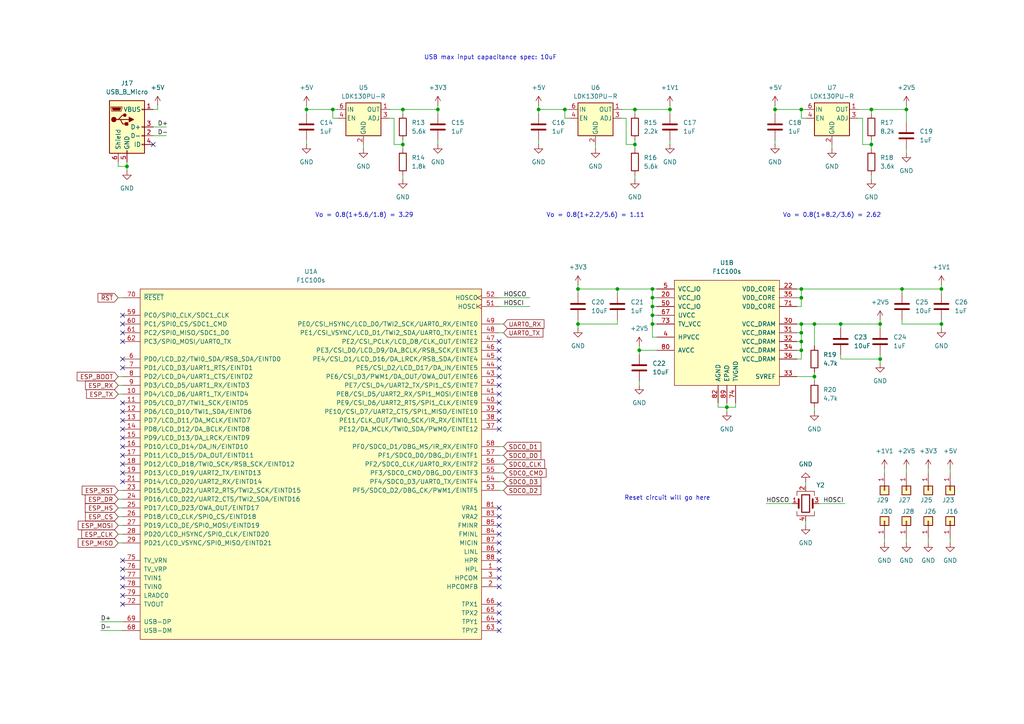
<source format=kicad_sch>
(kicad_sch (version 20231120) (generator "eeschema") (generator_version "8.0")
  (paper "A4")
  (lib_symbols
    (symbol "Connector:USB_B_Micro" (pin_names (offset 1.016))
      (property "Reference" "J" (at -5.08 11.43 0))
      (property "Value" "USB_B_Micro" (at -5.08 8.89 0))
      (symbol "USB_B_Micro_1_1"
        (pin power_out line (at 7.62 5.08 180) (length 2.54) (name "VBUS") (number "1"))
        (pin bidirectional line (at 7.62 -2.54 180) (length 2.54) (name "D-") (number "2"))
        (pin bidirectional line (at 7.62 0 180) (length 2.54) (name "D+") (number "3"))
        (pin passive line (at 7.62 -5.08 180) (length 2.54) (name "ID") (number "4"))
        (pin power_out line (at 0 -10.16 90) (length 2.54) (name "GND") (number "5"))
        (pin passive line (at -2.54 -10.16 90) (length 2.54) (name "Shield") (number "6"))
      )
    )
    (symbol "Connector_Generic:Conn_01x01" (pin_names (offset 1.016) hide)
      (property "Reference" "J" (at 0 2.54 0))
      (property "Value" "Conn_01x01" (at 0 -2.54 0))
      (symbol "Conn_01x01_1_1"
        (pin passive line (at -5.08 0 0) (length 3.81) (name "Pin_1") (number "1"))
      )
    )
    (symbol "Device:C" (pin_numbers hide) (pin_names (offset 0.254))
      (property "Reference" "C" (at 0.635 2.54 0))
      (property "Value" "C" (at 0.635 -2.54 0))
      (symbol "C_1_1"
        (pin passive line (at 0 3.81 270) (length 2.794) (name "~") (number "1"))
        (pin passive line (at 0 -3.81 90) (length 2.794) (name "~") (number "2"))
      )
    )
    (symbol "Device:Crystal_GND24" (pin_names (offset 1.016) hide)
      (property "Reference" "Y" (at 3.175 5.08 0))
      (property "Value" "Crystal_GND24" (at 3.175 3.175 0))
      (symbol "Crystal_GND24_1_1"
        (pin passive line (at -3.81 0 0) (length 1.27) (name "1") (number "1"))
        (pin passive line (at 0 5.08 270) (length 1.27) (name "2") (number "2"))
        (pin passive line (at 3.81 0 180) (length 1.27) (name "3") (number "3"))
        (pin passive line (at 0 -5.08 90) (length 1.27) (name "4") (number "4"))
      )
    )
    (symbol "Device:R" (pin_numbers hide) (pin_names (offset 0))
      (property "Reference" "R" (at 2.032 0 90))
      (property "Value" "R" (at 0 0 90))
      (symbol "R_1_1"
        (pin passive line (at 0 3.81 270) (length 1.27) (name "~") (number "1"))
        (pin passive line (at 0 -3.81 90) (length 1.27) (name "~") (number "2"))
      )
    )
    (symbol "Regulator_Linear:LDK130-ADJ_DFN6" (pin_names (offset 0.254))
      (property "Reference" "U" (at -3.81 5.715 0))
      (property "Value" "LDK130-ADJ_DFN6" (at 0 5.715 0))
      (symbol "LDK130-ADJ_DFN6_1_1"
        (pin power_out line (at 7.62 2.54 180) (length 2.54) (name "OUT") (number "1"))
        (pin power_in line (at 0 -7.62 90) (length 2.54) (name "GND") (number "2"))
        (pin input line (at 7.62 0 180) (length 2.54) (name "ADJ") (number "3"))
        (pin input line (at -7.62 0 0) (length 2.54) (name "EN") (number "4"))
        (pin no_connect line (at -5.08 -2.54 0) (length 2.54) hide (name "NC") (number "5"))
        (pin power_in line (at -7.62 2.54 0) (length 2.54) (name "IN") (number "6"))
      )
    )
    (symbol "f1c200s:F1C100s" (pin_names (offset 1.016))
      (property "Reference" "U" (at 0 1.27 0))
      (property "Value" "F1C100s" (at 0 -1.27 0))
      (symbol "F1C100s_1_0"
        (pin output line (at 55.88 -30.48 180) (length 5.08) (name "HPL") (number "1"))
        (pin bidirectional line (at -53.34 20.32 0) (length 5.08) (name "PD4/LCD_D6/UART1_TX/EINTD4") (number "10"))
        (pin bidirectional line (at -53.34 17.78 0) (length 5.08) (name "PD5/LCD_D7/TWI1_SCK/EINTD5") (number "11"))
        (pin bidirectional line (at -53.34 15.24 0) (length 5.08) (name "PD6/LCD_D10/TWI1_SDA/EINTD6") (number "12"))
        (pin bidirectional line (at -53.34 12.7 0) (length 5.08) (name "PD7/LCD_D11/DA_MCLK/EINTD7") (number "13"))
        (pin bidirectional line (at -53.34 10.16 0) (length 5.08) (name "PD8/LCD_D12/DA_BCLK/EINTD8") (number "14"))
        (pin bidirectional line (at -53.34 7.62 0) (length 5.08) (name "PD9/LCD_D13/DA_LRCK/EINTD9") (number "15"))
        (pin bidirectional line (at -53.34 5.08 0) (length 5.08) (name "PD10/LCD_D14/DA_IN/EINTD10") (number "16"))
        (pin bidirectional line (at -53.34 2.54 0) (length 5.08) (name "PD11/LCD_D15/DA_OUT/EINTD11") (number "17"))
        (pin bidirectional line (at -53.34 0 0) (length 5.08) (name "PD12/LCD_D18/TWI0_SCK/RSB_SCK/EINTD12") (number "18"))
        (pin bidirectional line (at -53.34 -2.54 0) (length 5.08) (name "PD13/LCD_D19/UART2_TX/EINTD13") (number "19"))
        (pin input line (at 55.88 -35.56 180) (length 5.08) (name "HPCOMFB") (number "2"))
        (pin bidirectional line (at -53.34 -5.08 0) (length 5.08) (name "PD14/LCD_D20/UART2_RX/EINTD14") (number "21"))
        (pin bidirectional line (at -53.34 -7.62 0) (length 5.08) (name "PD15/LCD_D21/UART2_RTS/TWI2_SCK/EINTD15") (number "23"))
        (pin bidirectional line (at -53.34 -10.16 0) (length 5.08) (name "PD16/LCD_D22/UART2_CTS/TWI2_SDA/EINTD16") (number "24"))
        (pin bidirectional line (at -53.34 -12.7 0) (length 5.08) (name "PD17/LCD_D23/OWA_OUT/EINTD17") (number "25"))
        (pin bidirectional line (at -53.34 -15.24 0) (length 5.08) (name "PD18/LCD_CLK/SPI0_CS/EINTD18") (number "26"))
        (pin bidirectional line (at -53.34 -17.78 0) (length 5.08) (name "PD19/LCD_DE/SPI0_MOSI/EINTD19") (number "27"))
        (pin bidirectional line (at -53.34 -20.32 0) (length 5.08) (name "PD20/LCD_HSYNC/SPI0_CLK/EINTD20") (number "28"))
        (pin bidirectional line (at -53.34 -22.86 0) (length 5.08) (name "PD21/LCD_VSYNC/SPI0_MISO/EINTD21") (number "29"))
        (pin output line (at 55.88 -33.02 180) (length 5.08) (name "HPCOM") (number "3"))
        (pin bidirectional line (at 55.88 10.16 180) (length 5.08) (name "PE12/DA_MCLK/TWI0_SDA/PWM0/EINTE12") (number "37"))
        (pin bidirectional line (at 55.88 12.7 180) (length 5.08) (name "PE11/CLK_OUT/TWI0_SCK/IR_RX/EINTE11") (number "38"))
        (pin bidirectional line (at 55.88 15.24 180) (length 5.08) (name "PE10/CSI_D7/UART2_CTS/SPI1_MISO/EINTE10") (number "39"))
        (pin bidirectional line (at 55.88 17.78 180) (length 5.08) (name "PE9/CSI_D6/UART2_RTS/SPI1_CLK/EINTE9") (number "40"))
        (pin bidirectional line (at 55.88 20.32 180) (length 5.08) (name "PE8/CSI_D5/UART2_RX/SPI1_MOSI/EINTE8") (number "41"))
        (pin bidirectional line (at 55.88 22.86 180) (length 5.08) (name "PE7/CSI_D4/UART2_TX/SPI1_CS/EINTE7") (number "42"))
        (pin bidirectional line (at 55.88 25.4 180) (length 5.08) (name "PE6/CSI_D3/PWM1/DA_OUT/OWA_OUT/EINTE6") (number "43"))
        (pin bidirectional line (at 55.88 27.94 180) (length 5.08) (name "PE5/CSI_D2/LCD_D17/DA_IN/EINTE5") (number "44"))
        (pin bidirectional line (at 55.88 30.48 180) (length 5.08) (name "PE4/CSI_D1/LCD_D16/DA_LRCK/RSB_SDA/EINTE4") (number "45"))
        (pin bidirectional line (at 55.88 33.02 180) (length 5.08) (name "PE3/CSI_D0/LCD_D9/DA_BCLK/RSB_SCK/EINTE3") (number "46"))
        (pin bidirectional line (at 55.88 35.56 180) (length 5.08) (name "PE2/CSI_PCLK/LCD_D8/CLK_OUT/EINTE2") (number "47"))
        (pin bidirectional line (at 55.88 38.1 180) (length 5.08) (name "PE1/CSI_VSYNC/LCD_D1/TWI2_SDA/UART0_TX/EINTE1") (number "48"))
        (pin bidirectional line (at 55.88 40.64 180) (length 5.08) (name "PE0/CSI_HSYNC/LCD_D0/TWI2_SCK/UART0_RX/EINTE0") (number "49"))
        (pin input clock (at 55.88 45.72 180) (length 5.08) (name "HOSCI") (number "51"))
        (pin input clock (at 55.88 48.26 180) (length 5.08) (name "HOSCO") (number "52"))
        (pin bidirectional line (at 55.88 -7.62 180) (length 5.08) (name "PF5/SDC0_D2/DBG_CK/PWM1/EINTF5") (number "53"))
        (pin bidirectional line (at 55.88 -5.08 180) (length 5.08) (name "PF4/SDC0_D3/UART0_TX/EINTF4") (number "54"))
        (pin bidirectional line (at 55.88 -2.54 180) (length 5.08) (name "PF3/SDC0_CMD/DBG_DO/EINTF3") (number "55"))
        (pin bidirectional line (at 55.88 0 180) (length 5.08) (name "PF2/SDC0_CLK/UART0_RX/EINTF2") (number "56"))
        (pin bidirectional line (at 55.88 2.54 180) (length 5.08) (name "PF1/SDC0_D0/DBG_DI/EINTF1") (number "57"))
        (pin bidirectional line (at 55.88 5.08 180) (length 5.08) (name "PF0/SDC0_D1/DBG_MS/IR_RX/EINTF0") (number "58"))
        (pin bidirectional line (at -53.34 43.18 0) (length 5.08) (name "PC0/SPI0_CLK/SDC1_CLK") (number "59"))
        (pin bidirectional line (at -53.34 30.48 0) (length 5.08) (name "PD0/LCD_D2/TWI0_SDA/RSB_SDA/EINTD0") (number "6"))
        (pin bidirectional line (at -53.34 40.64 0) (length 5.08) (name "PC1/SPI0_CS/SDC1_CMD") (number "60"))
        (pin bidirectional line (at -53.34 38.1 0) (length 5.08) (name "PC2/SPI0_MISO/SDC1_D0") (number "61"))
        (pin bidirectional line (at -53.34 35.56 0) (length 5.08) (name "PC3/SPI0_MOSI/UART0_TX") (number "62"))
        (pin input line (at 55.88 -48.26 180) (length 5.08) (name "TPY2") (number "63"))
        (pin input line (at 55.88 -45.72 180) (length 5.08) (name "TPY1") (number "64"))
        (pin input line (at 55.88 -43.18 180) (length 5.08) (name "TPX2") (number "65"))
        (pin input line (at 55.88 -40.64 180) (length 5.08) (name "TPX1") (number "66"))
        (pin bidirectional line (at -53.34 -48.26 0) (length 5.08) (name "USB-DM") (number "68"))
        (pin bidirectional line (at -53.34 -45.72 0) (length 5.08) (name "USB-DP") (number "69"))
        (pin bidirectional line (at -53.34 27.94 0) (length 5.08) (name "PD1/LCD_D3/UART1_RTS/EINTD1") (number "7"))
        (pin input line (at -53.34 48.26 0) (length 5.08) (name "~{RESET}") (number "70"))
        (pin output line (at -53.34 -40.64 0) (length 5.08) (name "TVOUT") (number "72"))
        (pin input line (at -53.34 -27.94 0) (length 5.08) (name "TV_VRN") (number "75"))
        (pin input line (at -53.34 -30.48 0) (length 5.08) (name "TV_VRP") (number "76"))
        (pin input line (at -53.34 -33.02 0) (length 5.08) (name "TVIN1") (number "77"))
        (pin input line (at -53.34 -35.56 0) (length 5.08) (name "TVIN0") (number "78"))
        (pin input line (at -53.34 -38.1 0) (length 5.08) (name "LRADC0") (number "79"))
        (pin bidirectional line (at -53.34 25.4 0) (length 5.08) (name "PD2/LCD_D4/UART1_CTS/EINTD2") (number "8"))
        (pin input line (at 55.88 -20.32 180) (length 5.08) (name "FMINL") (number "84"))
        (pin input line (at 55.88 -17.78 180) (length 5.08) (name "FMINR") (number "85"))
        (pin input line (at 55.88 -25.4 180) (length 5.08) (name "LINL") (number "86"))
        (pin input line (at 55.88 -22.86 180) (length 5.08) (name "MICIN") (number "87"))
        (pin output line (at 55.88 -27.94 180) (length 5.08) (name "HPR") (number "88"))
        (pin bidirectional line (at -53.34 22.86 0) (length 5.08) (name "PD3/LCD_D5/UART1_RX/EINTD3") (number "9"))
      )
      (symbol "F1C100s_1_1"
        (pin output line (at 55.88 -12.7 180) (length 5.08) (name "VRA1") (number "81"))
        (pin output line (at 55.88 -15.24 180) (length 5.08) (name "VRA2") (number "83"))
      )
      (symbol "F1C100s_2_0"
        (pin power_in line (at -20.32 8.89 0) (length 5.08) (name "VCC_IO") (number "20"))
        (pin power_in line (at 20.32 11.43 180) (length 5.08) (name "VDD_CORE") (number "22"))
        (pin power_in line (at 20.32 1.27 180) (length 5.08) (name "VCC_DRAM") (number "30"))
        (pin power_in line (at 20.32 -1.27 180) (length 5.08) (name "VCC_DRAM") (number "31"))
        (pin power_in line (at 20.32 -3.81 180) (length 5.08) (name "VCC_DRAM") (number "32"))
        (pin input line (at 20.32 -13.97 180) (length 5.08) (name "SVREF") (number "33"))
        (pin power_in line (at 20.32 -6.35 180) (length 5.08) (name "VCC_DRAM") (number "34"))
        (pin power_in line (at 20.32 8.89 180) (length 5.08) (name "VDD_CORE") (number "35"))
        (pin power_in line (at 20.32 -8.89 180) (length 5.08) (name "VCC_DRAM") (number "36"))
        (pin power_in line (at -20.32 -2.54 0) (length 5.08) (name "HPVCC") (number "4"))
        (pin power_in line (at -20.32 11.43 0) (length 5.08) (name "VCC_IO") (number "5"))
        (pin power_in line (at -20.32 6.35 0) (length 5.08) (name "VCC_IO") (number "50"))
        (pin power_in line (at -20.32 3.81 0) (length 5.08) (name "UVCC") (number "67"))
        (pin power_in line (at 20.32 6.35 180) (length 5.08) (name "VDD_CORE") (number "71"))
        (pin power_in line (at -20.32 1.27 0) (length 5.08) (name "TV_VCC") (number "73"))
        (pin power_in line (at 2.54 -21.59 90) (length 5.08) (name "TVGND") (number "74"))
        (pin power_in line (at -20.32 -6.35 0) (length 5.08) (name "AVCC") (number "80"))
        (pin power_in line (at -2.54 -21.59 90) (length 5.08) (name "AGND") (number "82"))
        (pin power_in line (at 0 -21.59 90) (length 5.08) (name "EPAD") (number "89"))
      )
    )
    (symbol "power:+1V1" (power) (pin_numbers hide) (pin_names (offset 0) hide)
      (property "Value" "+1V1" (at 0 3.556 0))
      (symbol "+1V1_1_1"
        (pin power_in line (at 0 0 90) (length 0) (name "~") (number "1"))
      )
    )
    (symbol "power:+2V5" (power) (pin_numbers hide) (pin_names (offset 0) hide)
      (property "Value" "+2V5" (at 0 3.556 0))
      (symbol "+2V5_1_1"
        (pin power_in line (at 0 0 90) (length 0) (name "~") (number "1"))
      )
    )
    (symbol "power:+3V3" (power) (pin_numbers hide) (pin_names (offset 0) hide)
      (property "Value" "+3V3" (at 0 3.556 0))
      (symbol "+3V3_1_1"
        (pin power_in line (at 0 0 90) (length 0) (name "~") (number "1"))
      )
    )
    (symbol "power:+5V" (power) (pin_numbers hide) (pin_names (offset 0) hide)
      (property "Value" "+5V" (at 0 3.556 0))
      (symbol "+5V_1_1"
        (pin power_in line (at 0 0 90) (length 0) (name "~") (number "1"))
      )
    )
    (symbol "power:GND" (power) (pin_numbers hide) (pin_names (offset 0) hide)
      (property "Value" "GND" (at 0 -3.81 0))
      (symbol "GND_1_1"
        (pin power_in line (at 0 0 270) (length 0) (name "~") (number "1"))
      )
    )
  )
  (junction (at 236.22 109.22))
  (junction (at 232.41 101.6))
  (junction (at 116.84 31.75))
  (junction (at 224.79 31.75))
  (junction (at 179.07 83.82))
  (junction (at 255.27 93.98))
  (junction (at 252.73 41.91))
  (junction (at 243.84 93.98))
  (junction (at 88.9 31.75))
  (junction (at 167.64 83.82))
  (junction (at 167.64 93.98))
  (junction (at 194.31 31.75))
  (junction (at 262.89 31.75))
  (junction (at 127 31.75))
  (junction (at 189.23 83.82))
  (junction (at 96.52 31.75))
  (junction (at 232.41 96.52))
  (junction (at 232.41 86.36))
  (junction (at 255.27 104.14))
  (junction (at 232.41 99.06))
  (junction (at 184.15 41.91))
  (junction (at 163.83 31.75))
  (junction (at 273.05 83.82))
  (junction (at 273.05 93.98))
  (junction (at 236.22 93.98))
  (junction (at 189.23 91.44))
  (junction (at 189.23 86.36))
  (junction (at 185.42 101.6))
  (junction (at 189.23 93.98))
  (junction (at 232.41 83.82))
  (junction (at 232.41 31.75))
  (junction (at 232.41 93.98))
  (junction (at 210.82 118.11))
  (junction (at 36.83 48.26))
  (junction (at 184.15 31.75))
  (junction (at 252.73 31.75))
  (junction (at 261.62 83.82))
  (junction (at 156.21 31.75))
  (junction (at 189.23 88.9))
  (junction (at 116.84 41.91))
  (no_connect (at 35.56 119.38))
  (no_connect (at 144.78 119.38))
  (no_connect (at 144.78 104.14))
  (no_connect (at 144.78 99.06))
  (no_connect (at 35.56 134.62))
  (no_connect (at 35.56 96.52))
  (no_connect (at 35.56 93.98))
  (no_connect (at 35.56 104.14))
  (no_connect (at 144.78 157.48))
  (no_connect (at 44.45 41.91))
  (no_connect (at 144.78 162.56))
  (no_connect (at 144.78 111.76))
  (no_connect (at 144.78 154.94))
  (no_connect (at 144.78 170.18))
  (no_connect (at 35.56 129.54))
  (no_connect (at 35.56 172.72))
  (no_connect (at 144.78 124.46))
  (no_connect (at 144.78 114.3))
  (no_connect (at 35.56 139.7))
  (no_connect (at 35.56 127))
  (no_connect (at 144.78 180.34))
  (no_connect (at 35.56 116.84))
  (no_connect (at 35.56 99.06))
  (no_connect (at 35.56 137.16))
  (no_connect (at 35.56 124.46))
  (no_connect (at 144.78 106.68))
  (no_connect (at 144.78 167.64))
  (no_connect (at 144.78 177.8))
  (no_connect (at 144.78 165.1))
  (no_connect (at 144.78 152.4))
  (no_connect (at 144.78 109.22))
  (no_connect (at 35.56 121.92))
  (no_connect (at 35.56 162.56))
  (no_connect (at 144.78 147.32))
  (no_connect (at 144.78 160.02))
  (no_connect (at 35.56 165.1))
  (no_connect (at 144.78 121.92))
  (no_connect (at 144.78 149.86))
  (no_connect (at 35.56 106.68))
  (no_connect (at 144.78 175.26))
  (no_connect (at 144.78 101.6))
  (no_connect (at 35.56 175.26))
  (no_connect (at 35.56 167.64))
  (no_connect (at 35.56 132.08))
  (no_connect (at 35.56 91.44))
  (no_connect (at 144.78 182.88))
  (no_connect (at 35.56 170.18))
  (no_connect (at 144.78 116.84))
  (wire (pts (xy 273.05 92.71) (xy 273.05 93.98)))
  (wire (pts (xy 34.29 48.26) (xy 36.83 48.26)))
  (wire (pts (xy 237.49 146.05) (xy 245.11 146.05)))
  (wire (pts (xy 184.15 43.18) (xy 184.15 41.91)))
  (wire (pts (xy 232.41 101.6) (xy 232.41 99.06)))
  (wire (pts (xy 184.15 31.75) (xy 184.15 33.02)))
  (wire (pts (xy 185.42 100.33) (xy 185.42 101.6)))
  (wire (pts (xy 252.73 52.07) (xy 252.73 50.8)))
  (wire (pts (xy 262.89 135.89) (xy 262.89 137.16)))
  (wire (pts (xy 34.29 147.32) (xy 35.56 147.32)))
  (wire (pts (xy 189.23 86.36) (xy 189.23 88.9)))
  (wire (pts (xy 231.14 109.22) (xy 236.22 109.22)))
  (wire (pts (xy 232.41 99.06) (xy 232.41 96.52)))
  (wire (pts (xy 236.22 107.95) (xy 236.22 109.22)))
  (wire (pts (xy 189.23 83.82) (xy 190.5 83.82)))
  (wire (pts (xy 144.78 132.08) (xy 146.05 132.08)))
  (wire (pts (xy 96.52 31.75) (xy 97.79 31.75)))
  (wire (pts (xy 224.79 31.75) (xy 232.41 31.75)))
  (wire (pts (xy 222.25 146.05) (xy 229.87 146.05)))
  (wire (pts (xy 252.73 31.75) (xy 262.89 31.75)))
  (wire (pts (xy 114.3 34.29) (xy 114.3 41.91)))
  (wire (pts (xy 144.78 134.62) (xy 146.05 134.62)))
  (wire (pts (xy 252.73 43.18) (xy 252.73 41.91)))
  (wire (pts (xy 114.3 41.91) (xy 116.84 41.91)))
  (wire (pts (xy 185.42 101.6) (xy 185.42 102.87)))
  (wire (pts (xy 232.41 86.36) (xy 232.41 83.82)))
  (wire (pts (xy 236.22 118.11) (xy 236.22 119.38)))
  (wire (pts (xy 116.84 31.75) (xy 116.84 33.02)))
  (wire (pts (xy 208.28 118.11) (xy 208.28 116.84)))
  (wire (pts (xy 184.15 31.75) (xy 194.31 31.75)))
  (wire (pts (xy 231.14 101.6) (xy 232.41 101.6)))
  (wire (pts (xy 194.31 31.75) (xy 194.31 30.48)))
  (wire (pts (xy 114.3 34.29) (xy 113.03 34.29)))
  (wire (pts (xy 44.45 36.83) (xy 48.26 36.83)))
  (wire (pts (xy 144.78 96.52) (xy 146.05 96.52)))
  (wire (pts (xy 144.78 142.24) (xy 146.05 142.24)))
  (wire (pts (xy 224.79 31.75) (xy 224.79 33.02)))
  (wire (pts (xy 261.62 92.71) (xy 261.62 93.98)))
  (wire (pts (xy 224.79 40.64) (xy 224.79 41.91)))
  (wire (pts (xy 167.64 93.98) (xy 167.64 95.25)))
  (wire (pts (xy 34.29 114.3) (xy 35.56 114.3)))
  (wire (pts (xy 189.23 93.98) (xy 190.5 93.98)))
  (wire (pts (xy 273.05 83.82) (xy 273.05 85.09)))
  (wire (pts (xy 250.19 34.29) (xy 250.19 41.91)))
  (wire (pts (xy 232.41 88.9) (xy 232.41 86.36)))
  (wire (pts (xy 243.84 104.14) (xy 255.27 104.14)))
  (wire (pts (xy 34.29 144.78) (xy 35.56 144.78)))
  (wire (pts (xy 232.41 83.82) (xy 231.14 83.82)))
  (wire (pts (xy 255.27 92.71) (xy 255.27 93.98)))
  (wire (pts (xy 105.41 41.91) (xy 105.41 43.18)))
  (wire (pts (xy 127 40.64) (xy 127 41.91)))
  (wire (pts (xy 250.19 41.91) (xy 252.73 41.91)))
  (wire (pts (xy 163.83 31.75) (xy 165.1 31.75)))
  (wire (pts (xy 34.29 86.36) (xy 35.56 86.36)))
  (wire (pts (xy 232.41 104.14) (xy 232.41 101.6)))
  (wire (pts (xy 167.64 83.82) (xy 167.64 85.09)))
  (wire (pts (xy 255.27 102.87) (xy 255.27 104.14)))
  (wire (pts (xy 255.27 93.98) (xy 255.27 95.25)))
  (wire (pts (xy 167.64 92.71) (xy 167.64 93.98)))
  (wire (pts (xy 144.78 88.9) (xy 153.67 88.9)))
  (wire (pts (xy 269.24 156.21) (xy 269.24 157.48)))
  (wire (pts (xy 116.84 43.18) (xy 116.84 41.91)))
  (wire (pts (xy 88.9 30.48) (xy 88.9 31.75)))
  (wire (pts (xy 232.41 31.75) (xy 233.68 31.75)))
  (wire (pts (xy 144.78 139.7) (xy 146.05 139.7)))
  (wire (pts (xy 163.83 31.75) (xy 163.83 34.29)))
  (wire (pts (xy 262.89 43.18) (xy 262.89 44.45)))
  (wire (pts (xy 29.21 182.88) (xy 35.56 182.88)))
  (wire (pts (xy 210.82 116.84) (xy 210.82 118.11)))
  (wire (pts (xy 167.64 82.55) (xy 167.64 83.82)))
  (wire (pts (xy 144.78 93.98) (xy 146.05 93.98)))
  (wire (pts (xy 261.62 93.98) (xy 273.05 93.98)))
  (wire (pts (xy 45.72 31.75) (xy 45.72 30.48)))
  (wire (pts (xy 210.82 118.11) (xy 208.28 118.11)))
  (wire (pts (xy 181.61 34.29) (xy 181.61 41.91)))
  (wire (pts (xy 273.05 93.98) (xy 273.05 95.25)))
  (wire (pts (xy 275.59 156.21) (xy 275.59 157.48)))
  (wire (pts (xy 36.83 46.99) (xy 36.83 48.26)))
  (wire (pts (xy 194.31 31.75) (xy 194.31 33.02)))
  (wire (pts (xy 127 31.75) (xy 127 33.02)))
  (wire (pts (xy 232.41 83.82) (xy 261.62 83.82)))
  (wire (pts (xy 88.9 40.64) (xy 88.9 41.91)))
  (wire (pts (xy 189.23 88.9) (xy 190.5 88.9)))
  (wire (pts (xy 256.54 156.21) (xy 256.54 157.48)))
  (wire (pts (xy 231.14 88.9) (xy 232.41 88.9)))
  (wire (pts (xy 255.27 93.98) (xy 243.84 93.98)))
  (wire (pts (xy 127 31.75) (xy 127 30.48)))
  (wire (pts (xy 262.89 31.75) (xy 262.89 30.48)))
  (wire (pts (xy 224.79 30.48) (xy 224.79 31.75)))
  (wire (pts (xy 96.52 31.75) (xy 96.52 34.29)))
  (wire (pts (xy 189.23 83.82) (xy 189.23 86.36)))
  (wire (pts (xy 184.15 52.07) (xy 184.15 50.8)))
  (wire (pts (xy 273.05 82.55) (xy 273.05 83.82)))
  (wire (pts (xy 34.29 149.86) (xy 35.56 149.86)))
  (wire (pts (xy 213.36 116.84) (xy 213.36 118.11)))
  (wire (pts (xy 34.29 154.94) (xy 35.56 154.94)))
  (wire (pts (xy 116.84 40.64) (xy 116.84 41.91)))
  (wire (pts (xy 180.34 31.75) (xy 184.15 31.75)))
  (wire (pts (xy 88.9 31.75) (xy 88.9 33.02)))
  (wire (pts (xy 156.21 40.64) (xy 156.21 41.91)))
  (wire (pts (xy 165.1 34.29) (xy 163.83 34.29)))
  (wire (pts (xy 116.84 31.75) (xy 127 31.75)))
  (wire (pts (xy 262.89 31.75) (xy 262.89 35.56)))
  (wire (pts (xy 232.41 31.75) (xy 232.41 34.29)))
  (wire (pts (xy 34.29 46.99) (xy 34.29 48.26)))
  (wire (pts (xy 231.14 86.36) (xy 232.41 86.36)))
  (wire (pts (xy 179.07 83.82) (xy 189.23 83.82)))
  (wire (pts (xy 241.3 41.91) (xy 241.3 43.18)))
  (wire (pts (xy 232.41 93.98) (xy 236.22 93.98)))
  (wire (pts (xy 273.05 83.82) (xy 261.62 83.82)))
  (wire (pts (xy 243.84 102.87) (xy 243.84 104.14)))
  (wire (pts (xy 210.82 118.11) (xy 210.82 119.38)))
  (wire (pts (xy 189.23 88.9) (xy 189.23 91.44)))
  (wire (pts (xy 189.23 91.44) (xy 189.23 93.98)))
  (wire (pts (xy 261.62 83.82) (xy 261.62 85.09)))
  (wire (pts (xy 172.72 41.91) (xy 172.72 43.18)))
  (wire (pts (xy 236.22 93.98) (xy 236.22 100.33)))
  (wire (pts (xy 231.14 96.52) (xy 232.41 96.52)))
  (wire (pts (xy 29.21 180.34) (xy 35.56 180.34)))
  (wire (pts (xy 179.07 93.98) (xy 179.07 92.71)))
  (wire (pts (xy 236.22 109.22) (xy 236.22 110.49)))
  (wire (pts (xy 250.19 34.29) (xy 248.92 34.29)))
  (wire (pts (xy 44.45 39.37) (xy 48.26 39.37)))
  (wire (pts (xy 189.23 93.98) (xy 189.23 97.79)))
  (wire (pts (xy 144.78 129.54) (xy 146.05 129.54)))
  (wire (pts (xy 236.22 93.98) (xy 243.84 93.98)))
  (wire (pts (xy 34.29 109.22) (xy 35.56 109.22)))
  (wire (pts (xy 156.21 31.75) (xy 163.83 31.75)))
  (wire (pts (xy 97.79 34.29) (xy 96.52 34.29)))
  (wire (pts (xy 34.29 152.4) (xy 35.56 152.4)))
  (wire (pts (xy 255.27 104.14) (xy 255.27 105.41)))
  (wire (pts (xy 233.68 151.13) (xy 233.68 152.4)))
  (wire (pts (xy 185.42 110.49) (xy 185.42 111.76)))
  (wire (pts (xy 156.21 31.75) (xy 156.21 33.02)))
  (wire (pts (xy 181.61 34.29) (xy 180.34 34.29)))
  (wire (pts (xy 156.21 30.48) (xy 156.21 31.75)))
  (wire (pts (xy 213.36 118.11) (xy 210.82 118.11)))
  (wire (pts (xy 34.29 111.76) (xy 35.56 111.76)))
  (wire (pts (xy 233.68 34.29) (xy 232.41 34.29)))
  (wire (pts (xy 167.64 93.98) (xy 179.07 93.98)))
  (wire (pts (xy 185.42 101.6) (xy 190.5 101.6)))
  (wire (pts (xy 275.59 135.89) (xy 275.59 137.16)))
  (wire (pts (xy 34.29 142.24) (xy 35.56 142.24)))
  (wire (pts (xy 231.14 104.14) (xy 232.41 104.14)))
  (wire (pts (xy 248.92 31.75) (xy 252.73 31.75)))
  (wire (pts (xy 44.45 31.75) (xy 45.72 31.75)))
  (wire (pts (xy 256.54 135.89) (xy 256.54 137.16)))
  (wire (pts (xy 179.07 83.82) (xy 179.07 85.09)))
  (wire (pts (xy 36.83 48.26) (xy 36.83 49.53)))
  (wire (pts (xy 269.24 135.89) (xy 269.24 137.16)))
  (wire (pts (xy 231.14 99.06) (xy 232.41 99.06)))
  (wire (pts (xy 233.68 140.97) (xy 233.68 139.7)))
  (wire (pts (xy 232.41 96.52) (xy 232.41 93.98)))
  (wire (pts (xy 262.89 156.21) (xy 262.89 157.48)))
  (wire (pts (xy 113.03 31.75) (xy 116.84 31.75)))
  (wire (pts (xy 243.84 93.98) (xy 243.84 95.25)))
  (wire (pts (xy 34.29 157.48) (xy 35.56 157.48)))
  (wire (pts (xy 232.41 93.98) (xy 231.14 93.98)))
  (wire (pts (xy 189.23 86.36) (xy 190.5 86.36)))
  (wire (pts (xy 252.73 31.75) (xy 252.73 33.02)))
  (wire (pts (xy 88.9 31.75) (xy 96.52 31.75)))
  (wire (pts (xy 144.78 86.36) (xy 153.67 86.36)))
  (wire (pts (xy 194.31 40.64) (xy 194.31 41.91)))
  (wire (pts (xy 189.23 91.44) (xy 190.5 91.44)))
  (wire (pts (xy 181.61 41.91) (xy 184.15 41.91)))
  (wire (pts (xy 116.84 52.07) (xy 116.84 50.8)))
  (wire (pts (xy 144.78 137.16) (xy 146.05 137.16)))
  (wire (pts (xy 190.5 97.79) (xy 189.23 97.79)))
  (wire (pts (xy 184.15 40.64) (xy 184.15 41.91)))
  (wire (pts (xy 167.64 83.82) (xy 179.07 83.82)))
  (wire (pts (xy 252.73 40.64) (xy 252.73 41.91)))
  (text "Vo = 0.8(1+2.2/5.6) = 1.11\n" (at 172.72 62.484 0) (effects (font (size 1.27 1.27))))
  (text "Vo = 0.8(1+5.6/1.8) = 3.29" (at 105.664 62.484 0) (effects (font (size 1.27 1.27))))
  (text "Vo = 0.8(1+8.2/3.6) = 2.62" (at 241.3 62.484 0) (effects (font (size 1.27 1.27))))
  (text "USB max input capacitance spec: 10uF" (at 142.24 16.764 0) (effects (font (size 1.27 1.27))))
  (text "Reset circuit will go here" (at 193.548 144.526 0) (effects (font (size 1.27 1.27))))
  (label "D-" (at 29.21 182.88 0))
  (label "HOSCI" (at 238.76 146.05 0))
  (label "D+" (at 29.21 180.34 0))
  (label "HOSCO" (at 222.25 146.05 0))
  (label "D+" (at 45.72 36.83 0))
  (label "D-" (at 45.72 39.37 0))
  (label "HOSCI" (at 146.05 88.9 0))
  (label "HOSCO" (at 146.05 86.36 0))
  (global_label "SDC0_D2" (shape input) (at 146.05 142.24 0) (property "Intersheetrefs" "${INTERSHEET_REFS}" (effects (hide yes))))
  (global_label "~{RST}" (shape input) (at 34.29 86.36 180) (property "Intersheetrefs" "${INTERSHEET_REFS}" (effects (hide yes))))
  (global_label "SDC0_D1" (shape input) (at 146.05 129.54 0) (property "Intersheetrefs" "${INTERSHEET_REFS}" (effects (hide yes))))
  (global_label "UART0_RX" (shape input) (at 146.05 93.98 0) (property "Intersheetrefs" "${INTERSHEET_REFS}" (effects (hide yes))))
  (global_label "SDC0_CMD" (shape input) (at 146.05 137.16 0) (property "Intersheetrefs" "${INTERSHEET_REFS}" (effects (hide yes))))
  (global_label "ESP_RX" (shape input) (at 34.29 111.76 180) (property "Intersheetrefs" "${INTERSHEET_REFS}" (effects (hide yes))))
  (global_label "ESP_CS" (shape input) (at 34.29 149.86 180) (property "Intersheetrefs" "${INTERSHEET_REFS}" (effects (hide yes))))
  (global_label "UART0_TX" (shape input) (at 146.05 96.52 0) (property "Intersheetrefs" "${INTERSHEET_REFS}" (effects (hide yes))))
  (global_label "ESP_HS" (shape input) (at 34.29 147.32 180) (property "Intersheetrefs" "${INTERSHEET_REFS}" (effects (hide yes))))
  (global_label "ESP_CLK" (shape input) (at 34.29 154.94 180) (property "Intersheetrefs" "${INTERSHEET_REFS}" (effects (hide yes))))
  (global_label "SDC0_D0" (shape input) (at 146.05 132.08 0) (property "Intersheetrefs" "${INTERSHEET_REFS}" (effects (hide yes))))
  (global_label "ESP_RST" (shape input) (at 34.29 142.24 180) (property "Intersheetrefs" "${INTERSHEET_REFS}" (effects (hide yes))))
  (global_label "ESP_BOOT" (shape input) (at 34.29 109.22 180) (property "Intersheetrefs" "${INTERSHEET_REFS}" (effects (hide yes))))
  (global_label "ESP_MISO" (shape input) (at 34.29 157.48 180) (property "Intersheetrefs" "${INTERSHEET_REFS}" (effects (hide yes))))
  (global_label "SDC0_CLK" (shape input) (at 146.05 134.62 0) (property "Intersheetrefs" "${INTERSHEET_REFS}" (effects (hide yes))))
  (global_label "ESP_TX" (shape input) (at 34.29 114.3 180) (property "Intersheetrefs" "${INTERSHEET_REFS}" (effects (hide yes))))
  (global_label "ESP_MOSI" (shape input) (at 34.29 152.4 180) (property "Intersheetrefs" "${INTERSHEET_REFS}" (effects (hide yes))))
  (global_label "ESP_DR" (shape input) (at 34.29 144.78 180) (property "Intersheetrefs" "${INTERSHEET_REFS}" (effects (hide yes))))
  (global_label "SDC0_D3" (shape input) (at 146.05 139.7 0) (property "Intersheetrefs" "${INTERSHEET_REFS}" (effects (hide yes))))
  (symbol (lib_id "power:GND") (at 262.89 157.48 0) (unit 1)
    (property "Reference" "#PWR0115" (effects (hide yes)))
    (property "Value" "GND" (at 262.89 162.56 0))
    (property "Description" "Power symbol creates a global label with name \"GND\" , ground" (effects (hide yes)))
  )
  (symbol (lib_id "Connector_Generic:Conn_01x01") (at 256.54 142.24 270) (unit 1)
    (property "Reference" "J29" (at 257.81 145.034 90) (effects (justify right)))
    (property "Value" "Conn_01x01" (effects (hide yes)))
    (property "Footprint" "Connector_PinHeader_2.54mm:PinHeader_1x01_P2.54mm_Vertical" (effects (hide yes)))
    (property "Description" "Generic connector, single row, 01x01, script generated (kicad-library-utils/schlib/autogen/connector/)" (effects (hide yes)))
  )
  (symbol (lib_id "power:GND") (at 255.27 105.41 0) (unit 1)
    (property "Reference" "#PWR079" (effects (hide yes)))
    (property "Value" "GND" (at 255.27 110.49 0))
    (property "Description" "Power symbol creates a global label with name \"GND\" , ground" (effects (hide yes)))
  )
  (symbol (lib_id "Device:C") (at 224.79 36.83 0) (unit 1)
    (property "Reference" "C18" (at 228.6 35.5599 0) (effects (justify left)))
    (property "Value" "1uF" (at 228.6 38.0999 0) (effects (justify left)))
    (property "Footprint" "Capacitor_SMD:C_0402_1005Metric" (effects (hide yes)))
    (property "Datasheet" "https://wmsc.lcsc.com/wmsc/upload/file/pdf/v2/lcsc/2304140030_Samsung-Electro-Mechanics-CL10A105KB8NNNC_C15849.pdf" (effects (hide yes)))
    (property "Description" "Unpolarized capacitor" (effects (hide yes)))
    (property "LCSC" "C52923" (effects (hide yes)))
  )
  (symbol (lib_id "Device:R") (at 236.22 104.14 0) (unit 1)
    (property "Reference" "R19" (at 238.76 102.8699 0) (effects (justify left)))
    (property "Value" "4.7k" (at 238.76 105.4099 0) (effects (justify left)))
    (property "Footprint" "Resistor_SMD:R_0402_1005Metric" (effects (hide yes)))
    (property "Datasheet" "https://wmsc.lcsc.com/wmsc/upload/file/pdf/v2/lcsc/2206010116_UNI-ROYAL-Uniroyal-Elec-0603WAF5101T5E_C23186.pdf" (effects (hide yes)))
    (property "Description" "Resistor" (effects (hide yes)))
    (property "LCSC" "C25900" (effects (hide yes)))
  )
  (symbol (lib_id "Device:R") (at 116.84 36.83 0) (unit 1)
    (property "Reference" "R13" (at 119.38 35.5599 0) (effects (justify left)))
    (property "Value" "5.6k" (at 119.38 38.0999 0) (effects (justify left)))
    (property "Footprint" "Resistor_SMD:R_0603_1608Metric" (effects (hide yes)))
    (property "Datasheet" "https://wmsc.lcsc.com/wmsc/upload/file/pdf/v2/lcsc/2206010116_UNI-ROYAL-Uniroyal-Elec-0603WAF5601T5E_C23189.pdf" (effects (hide yes)))
    (property "Description" "Resistor" (effects (hide yes)))
    (property "LCSC" "C23189" (effects (hide yes)))
  )
  (symbol (lib_id "f1c200s:F1C100s") (at 88.9 134.62 0) (unit 1)
    (property "Reference" "U1" (at 90.17 78.74 0))
    (property "Value" "F1C100s" (at 90.17 81.28 0))
    (property "Footprint" "f1c200s:QFN-88_EP_10x10_Pitch0.4mm" (effects (hide yes)))
  )
  (symbol (lib_id "power:GND") (at 194.31 41.91 0) (unit 1)
    (property "Reference" "#PWR062" (effects (hide yes)))
    (property "Value" "GND" (at 194.31 46.99 0))
    (property "Description" "Power symbol creates a global label with name \"GND\" , ground" (effects (hide yes)))
  )
  (symbol (lib_id "Connector:USB_B_Micro") (at 36.83 36.83 0) (unit 1)
    (property "Reference" "J17" (at 36.83 24.13 0))
    (property "Value" "USB_B_Micro" (at 36.83 26.67 0))
    (property "Footprint" "Connector_USB:USB_Micro-B_Amphenol_10118193-0001LF_Horizontal" (effects (hide yes)))
    (property "Datasheet" "https://wmsc.lcsc.com/wmsc/upload/file/pdf/v2/lcsc/1811131827_Amphenol-ICC-10118193-0001LF_C132562.pdf" (effects (hide yes)))
    (property "Description" "USB Micro Type B connector" (effects (hide yes)))
    (property "LCSC" "C132562" (effects (hide yes)))
  )
  (symbol (lib_id "Device:C") (at 156.21 36.83 0) (unit 1)
    (property "Reference" "C16" (at 160.02 35.5599 0) (effects (justify left)))
    (property "Value" "1uF" (at 160.02 38.0999 0) (effects (justify left)))
    (property "Footprint" "Capacitor_SMD:C_0402_1005Metric" (effects (hide yes)))
    (property "Datasheet" "https://wmsc.lcsc.com/wmsc/upload/file/pdf/v2/lcsc/2304140030_Samsung-Electro-Mechanics-CL10A105KB8NNNC_C15849.pdf" (effects (hide yes)))
    (property "Description" "Unpolarized capacitor" (effects (hide yes)))
    (property "LCSC" "C52923" (effects (hide yes)))
  )
  (symbol (lib_id "power:+3V3") (at 269.24 135.89 0) (unit 1)
    (property "Reference" "#PWR0112" (effects (hide yes)))
    (property "Value" "+3V3" (at 269.24 130.81 0))
    (property "Description" "Power symbol creates a global label with name \"+3V3\"" (effects (hide yes)))
  )
  (symbol (lib_id "power:+5V") (at 88.9 30.48 0) (unit 1)
    (property "Reference" "#PWR051" (effects (hide yes)))
    (property "Value" "+5V" (at 88.9 25.4 0))
    (property "Description" "Power symbol creates a global label with name \"+5V\"" (effects (hide yes)))
  )
  (symbol (lib_id "power:GND") (at 210.82 119.38 0) (unit 1)
    (property "Reference" "#PWR076" (effects (hide yes)))
    (property "Value" "GND" (at 210.82 124.46 0))
    (property "Description" "Power symbol creates a global label with name \"GND\" , ground" (effects (hide yes)))
  )
  (symbol (lib_id "Device:C") (at 262.89 39.37 0) (unit 1)
    (property "Reference" "C19" (at 266.7 38.0999 0) (effects (justify left)))
    (property "Value" "1uF" (at 266.7 40.6399 0) (effects (justify left)))
    (property "Footprint" "Capacitor_SMD:C_0402_1005Metric" (effects (hide yes)))
    (property "Datasheet" "https://wmsc.lcsc.com/wmsc/upload/file/pdf/v2/lcsc/2304140030_Samsung-Electro-Mechanics-CL10A105KB8NNNC_C15849.pdf" (effects (hide yes)))
    (property "Description" "Unpolarized capacitor" (effects (hide yes)))
    (property "LCSC" "C52923" (effects (hide yes)))
  )
  (symbol (lib_id "power:+5V") (at 45.72 30.48 0) (unit 1)
    (property "Reference" "#PWR071" (effects (hide yes)))
    (property "Value" "+5V" (at 45.72 25.4 0))
    (property "Description" "Power symbol creates a global label with name \"+5V\"" (effects (hide yes)))
  )
  (symbol (lib_id "power:+2V5") (at 185.42 100.33 0) (unit 1)
    (property "Reference" "#PWR074" (effects (hide yes)))
    (property "Value" "+2V5" (at 185.42 95.25 0))
    (property "Description" "Power symbol creates a global label with name \"+2V5\"" (effects (hide yes)))
  )
  (symbol (lib_id "Device:R") (at 236.22 114.3 0) (unit 1)
    (property "Reference" "R20" (at 238.76 113.0299 0) (effects (justify left)))
    (property "Value" "4.7k" (at 238.76 115.5699 0) (effects (justify left)))
    (property "Footprint" "Resistor_SMD:R_0402_1005Metric" (effects (hide yes)))
    (property "Datasheet" "https://wmsc.lcsc.com/wmsc/upload/file/pdf/v2/lcsc/2206010116_UNI-ROYAL-Uniroyal-Elec-0603WAF5101T5E_C23186.pdf" (effects (hide yes)))
    (property "Description" "Resistor" (effects (hide yes)))
    (property "LCSC" "C25900" (effects (hide yes)))
  )
  (symbol (lib_id "power:+2V5") (at 255.27 92.71 0) (unit 1)
    (property "Reference" "#PWR078" (effects (hide yes)))
    (property "Value" "+2V5" (at 255.27 87.63 0))
    (property "Description" "Power symbol creates a global label with name \"+2V5\"" (effects (hide yes)))
  )
  (symbol (lib_id "power:GND") (at 88.9 41.91 0) (unit 1)
    (property "Reference" "#PWR052" (effects (hide yes)))
    (property "Value" "GND" (at 88.9 46.99 0))
    (property "Description" "Power symbol creates a global label with name \"GND\" , ground" (effects (hide yes)))
  )
  (symbol (lib_id "power:GND") (at 105.41 43.18 0) (unit 1)
    (property "Reference" "#PWR053" (effects (hide yes)))
    (property "Value" "GND" (at 105.41 48.26 0))
    (property "Description" "Power symbol creates a global label with name \"GND\" , ground" (effects (hide yes)))
  )
  (symbol (lib_id "Device:R") (at 184.15 46.99 0) (unit 1)
    (property "Reference" "R16" (at 186.69 45.7199 0) (effects (justify left)))
    (property "Value" "5.6k" (at 186.69 48.2599 0) (effects (justify left)))
    (property "Footprint" "Resistor_SMD:R_0603_1608Metric" (effects (hide yes)))
    (property "Datasheet" "https://wmsc.lcsc.com/wmsc/upload/file/pdf/v2/lcsc/2206010116_UNI-ROYAL-Uniroyal-Elec-0603WAF5601T5E_C23189.pdf" (effects (hide yes)))
    (property "Description" "Resistor" (effects (hide yes)))
    (property "LCSC" "C23189" (effects (hide yes)))
  )
  (symbol (lib_id "Device:Crystal_GND24") (at 233.68 146.05 0) (unit 1)
    (property "Reference" "Y2" (at 237.998 140.716 0))
    (property "Value" "XRCGB24M000F0G00R0" (effects (hide yes)))
    (property "Footprint" "Crystal:Crystal_SMD_2016-4Pin_2.0x1.6mm" (effects (hide yes)))
    (property "Description" "24MHz" (effects (hide yes)))
    (property "LCSC" "C524653" (effects (hide yes)))
  )
  (symbol (lib_id "Device:R") (at 184.15 36.83 0) (unit 1)
    (property "Reference" "R15" (at 186.69 35.5599 0) (effects (justify left)))
    (property "Value" "2.2k" (at 186.69 38.0999 0) (effects (justify left)))
    (property "Footprint" "Resistor_SMD:R_0603_1608Metric" (effects (hide yes)))
    (property "Datasheet" "https://wmsc.lcsc.com/wmsc/upload/file/pdf/v2/lcsc/2206010116_UNI-ROYAL-Uniroyal-Elec-0603WAF5601T5E_C23189.pdf" (effects (hide yes)))
    (property "Description" "Resistor" (effects (hide yes)))
    (property "LCSC" "C4190 " (effects (hide yes)))
  )
  (symbol (lib_id "power:GND") (at 156.21 41.91 0) (unit 1)
    (property "Reference" "#PWR058" (effects (hide yes)))
    (property "Value" "GND" (at 156.21 46.99 0))
    (property "Description" "Power symbol creates a global label with name \"GND\" , ground" (effects (hide yes)))
  )
  (symbol (lib_id "power:GND") (at 252.73 52.07 0) (unit 1)
    (property "Reference" "#PWR066" (effects (hide yes)))
    (property "Value" "GND" (at 252.73 57.15 0))
    (property "Description" "Power symbol creates a global label with name \"GND\" , ground" (effects (hide yes)))
  )
  (symbol (lib_id "Connector_Generic:Conn_01x01") (at 275.59 142.24 270) (unit 1)
    (property "Reference" "J23" (at 276.86 145.034 90) (effects (justify right)))
    (property "Value" "Conn_01x01" (effects (hide yes)))
    (property "Footprint" "Connector_PinHeader_2.54mm:PinHeader_1x01_P2.54mm_Vertical" (effects (hide yes)))
    (property "Description" "Generic connector, single row, 01x01, script generated (kicad-library-utils/schlib/autogen/connector/)" (effects (hide yes)))
  )
  (symbol (lib_id "Device:C") (at 179.07 88.9 0) (unit 1)
    (property "Reference" "C21" (at 182.88 87.6299 0) (effects (justify left)))
    (property "Value" "1uF" (at 182.88 90.1699 0) (effects (justify left)))
    (property "Footprint" "Capacitor_SMD:C_0402_1005Metric" (effects (hide yes)))
    (property "Datasheet" "https://wmsc.lcsc.com/wmsc/upload/file/pdf/v2/lcsc/2304140030_Samsung-Electro-Mechanics-CL10A105KB8NNNC_C15849.pdf" (effects (hide yes)))
    (property "Description" "Unpolarized capacitor" (effects (hide yes)))
    (property "LCSC" "C52923" (effects (hide yes)))
  )
  (symbol (lib_id "power:GND") (at 262.89 44.45 0) (unit 1)
    (property "Reference" "#PWR068" (effects (hide yes)))
    (property "Value" "GND" (at 262.89 49.53 0))
    (property "Description" "Power symbol creates a global label with name \"GND\" , ground" (effects (hide yes)))
  )
  (symbol (lib_id "power:+1V1") (at 256.54 135.89 0) (unit 1)
    (property "Reference" "#PWR0116" (effects (hide yes)))
    (property "Value" "+1V1" (at 256.54 130.81 0))
    (property "Description" "Power symbol creates a global label with name \"+1V1\"" (effects (hide yes)))
  )
  (symbol (lib_id "power:+2V5") (at 262.89 30.48 0) (unit 1)
    (property "Reference" "#PWR067" (effects (hide yes)))
    (property "Value" "+2V5" (at 262.89 25.4 0))
    (property "Description" "Power symbol creates a global label with name \"+2V5\"" (effects (hide yes)))
  )
  (symbol (lib_id "power:GND") (at 273.05 95.25 0) (unit 1)
    (property "Reference" "#PWR081" (effects (hide yes)))
    (property "Value" "GND" (at 273.05 100.33 0))
    (property "Description" "Power symbol creates a global label with name \"GND\" , ground" (effects (hide yes)))
  )
  (symbol (lib_id "Device:C") (at 255.27 99.06 0) (unit 1)
    (property "Reference" "C24" (at 259.08 97.7899 0) (effects (justify left)))
    (property "Value" "1uF" (at 259.08 100.3299 0) (effects (justify left)))
    (property "Footprint" "Capacitor_SMD:C_0402_1005Metric" (effects (hide yes)))
    (property "Datasheet" "https://wmsc.lcsc.com/wmsc/upload/file/pdf/v2/lcsc/2304140030_Samsung-Electro-Mechanics-CL10A105KB8NNNC_C15849.pdf" (effects (hide yes)))
    (property "Description" "Unpolarized capacitor" (effects (hide yes)))
    (property "LCSC" "C52923" (effects (hide yes)))
  )
  (symbol (lib_id "Device:R") (at 252.73 46.99 0) (unit 1)
    (property "Reference" "R18" (at 255.27 45.7199 0) (effects (justify left)))
    (property "Value" "3.6k" (at 255.27 48.2599 0) (effects (justify left)))
    (property "Footprint" "Resistor_SMD:R_0603_1608Metric" (effects (hide yes)))
    (property "Datasheet" "https://wmsc.lcsc.com/wmsc/upload/file/pdf/v2/lcsc/2206010116_UNI-ROYAL-Uniroyal-Elec-0603WAF5601T5E_C23189.pdf" (effects (hide yes)))
    (property "Description" "Resistor" (effects (hide yes)))
    (property "LCSC" "C22980" (effects (hide yes)))
  )
  (symbol (lib_id "power:+3V3") (at 127 30.48 0) (unit 1)
    (property "Reference" "#PWR055" (effects (hide yes)))
    (property "Value" "+3V3" (at 127 25.4 0))
    (property "Description" "Power symbol creates a global label with name \"+3V3\"" (effects (hide yes)))
  )
  (symbol (lib_id "power:GND") (at 224.79 41.91 0) (unit 1)
    (property "Reference" "#PWR064" (effects (hide yes)))
    (property "Value" "GND" (at 224.79 46.99 0))
    (property "Description" "Power symbol creates a global label with name \"GND\" , ground" (effects (hide yes)))
  )
  (symbol (lib_id "Device:C") (at 273.05 88.9 0) (unit 1)
    (property "Reference" "C26" (at 276.86 87.6299 0) (effects (justify left)))
    (property "Value" "1uF" (at 276.86 90.1699 0) (effects (justify left)))
    (property "Footprint" "Capacitor_SMD:C_0402_1005Metric" (effects (hide yes)))
    (property "Datasheet" "https://wmsc.lcsc.com/wmsc/upload/file/pdf/v2/lcsc/2304140030_Samsung-Electro-Mechanics-CL10A105KB8NNNC_C15849.pdf" (effects (hide yes)))
    (property "Description" "Unpolarized capacitor" (effects (hide yes)))
    (property "LCSC" "C52923" (effects (hide yes)))
  )
  (symbol (lib_id "power:GND") (at 172.72 43.18 0) (unit 1)
    (property "Reference" "#PWR059" (effects (hide yes)))
    (property "Value" "GND" (at 172.72 48.26 0))
    (property "Description" "Power symbol creates a global label with name \"GND\" , ground" (effects (hide yes)))
  )
  (symbol (lib_id "Device:C") (at 243.84 99.06 0) (unit 1)
    (property "Reference" "C23" (at 247.65 97.7899 0) (effects (justify left)))
    (property "Value" "10uF" (at 247.65 100.3299 0) (effects (justify left)))
    (property "Footprint" "Capacitor_SMD:C_0402_1005Metric" (effects (hide yes)))
    (property "Datasheet" "https://wmsc.lcsc.com/wmsc/upload/file/pdf/v2/lcsc/2304140030_Samsung-Electro-Mechanics-CL10A106KP8NNNC_C19702.pdf" (effects (hide yes)))
    (property "Description" "Unpolarized capacitor" (effects (hide yes)))
    (property "LCSC" "C15525" (effects (hide yes)))
  )
  (symbol (lib_id "power:+5V") (at 156.21 30.48 0) (unit 1)
    (property "Reference" "#PWR057" (effects (hide yes)))
    (property "Value" "+5V" (at 156.21 25.4 0))
    (property "Description" "Power symbol creates a global label with name \"+5V\"" (effects (hide yes)))
  )
  (symbol (lib_id "Device:R") (at 252.73 36.83 0) (unit 1)
    (property "Reference" "R17" (at 255.27 35.5599 0) (effects (justify left)))
    (property "Value" "8.2k" (at 255.27 38.0999 0) (effects (justify left)))
    (property "Footprint" "Resistor_SMD:R_0603_1608Metric" (effects (hide yes)))
    (property "Datasheet" "https://wmsc.lcsc.com/wmsc/upload/file/pdf/v2/lcsc/2206010116_UNI-ROYAL-Uniroyal-Elec-0603WAF5601T5E_C23189.pdf" (effects (hide yes)))
    (property "Description" "Resistor" (effects (hide yes)))
    (property "LCSC" "C25981" (effects (hide yes)))
  )
  (symbol (lib_id "power:GND") (at 167.64 95.25 0) (unit 1)
    (property "Reference" "#PWR073" (effects (hide yes)))
    (property "Value" "GND" (at 167.64 100.33 0))
    (property "Description" "Power symbol creates a global label with name \"GND\" , ground" (effects (hide yes)))
  )
  (symbol (lib_id "power:GND") (at 36.83 49.53 0) (unit 1)
    (property "Reference" "#PWR070" (effects (hide yes)))
    (property "Value" "GND" (at 36.83 54.61 0))
    (property "Description" "Power symbol creates a global label with name \"GND\" , ground" (effects (hide yes)))
  )
  (symbol (lib_id "Device:C") (at 194.31 36.83 0) (unit 1)
    (property "Reference" "C17" (at 198.12 35.5599 0) (effects (justify left)))
    (property "Value" "1uF" (at 198.12 38.0999 0) (effects (justify left)))
    (property "Footprint" "Capacitor_SMD:C_0402_1005Metric" (effects (hide yes)))
    (property "Datasheet" "https://wmsc.lcsc.com/wmsc/upload/file/pdf/v2/lcsc/2304140030_Samsung-Electro-Mechanics-CL10A105KB8NNNC_C15849.pdf" (effects (hide yes)))
    (property "Description" "Unpolarized capacitor" (effects (hide yes)))
    (property "LCSC" "C52923" (effects (hide yes)))
  )
  (symbol (lib_id "Regulator_Linear:LDK130-ADJ_DFN6") (at 105.41 34.29 0) (unit 1)
    (property "Reference" "U5" (at 105.41 25.4 0))
    (property "Value" "LDK130PU-R" (at 105.41 27.94 0))
    (property "Footprint" "Package_DFN_QFN:DFN-6_1.3x1.2mm_P0.4mm" (effects (hide yes)))
    (property "Datasheet" "http://www.st.com/content/ccc/resource/technical/document/datasheet/29/10/f7/87/2f/66/47/f4/DM00076097.pdf/files/DM00076097.pdf/jcr:content/translations/en.DM00076097.pdf" (effects (hide yes)))
    (property "Description" "300mA low dropout linear regulator, low quiescent current very, low noise, shutdown pin, adjustable positive output, DFN-6" (effects (hide yes)))
    (property "LCSC" "C157446" (effects (hide yes)))
  )
  (symbol (lib_id "f1c200s:F1C100s") (at 210.82 95.25 0) (unit 2)
    (property "Reference" "U1" (at 210.82 76.2 0))
    (property "Value" "F1C100s" (at 210.82 78.74 0))
    (property "Footprint" "f1c200s:QFN-88_EP_10x10_Pitch0.4mm" (effects (hide yes)))
  )
  (symbol (lib_id "power:GND") (at 241.3 43.18 0) (unit 1)
    (property "Reference" "#PWR065" (effects (hide yes)))
    (property "Value" "GND" (at 241.3 48.26 0))
    (property "Description" "Power symbol creates a global label with name \"GND\" , ground" (effects (hide yes)))
  )
  (symbol (lib_id "Device:C") (at 127 36.83 0) (unit 1)
    (property "Reference" "C15" (at 130.81 35.5599 0) (effects (justify left)))
    (property "Value" "1uF" (at 130.81 38.0999 0) (effects (justify left)))
    (property "Footprint" "Capacitor_SMD:C_0402_1005Metric" (effects (hide yes)))
    (property "Datasheet" "https://wmsc.lcsc.com/wmsc/upload/file/pdf/v2/lcsc/2304140030_Samsung-Electro-Mechanics-CL10A105KB8NNNC_C15849.pdf" (effects (hide yes)))
    (property "Description" "Unpolarized capacitor" (effects (hide yes)))
    (property "LCSC" "C52923" (effects (hide yes)))
  )
  (symbol (lib_id "power:GND") (at 256.54 157.48 0) (unit 1)
    (property "Reference" "#PWR0117" (effects (hide yes)))
    (property "Value" "GND" (at 256.54 162.56 0))
    (property "Description" "Power symbol creates a global label with name \"GND\" , ground" (effects (hide yes)))
  )
  (symbol (lib_id "power:+1V1") (at 194.31 30.48 0) (unit 1)
    (property "Reference" "#PWR061" (effects (hide yes)))
    (property "Value" "+1V1" (at 194.31 25.4 0))
    (property "Description" "Power symbol creates a global label with name \"+1V1\"" (effects (hide yes)))
  )
  (symbol (lib_id "Connector_Generic:Conn_01x01") (at 275.59 151.13 90) (unit 1)
    (property "Reference" "J16" (at 274.32 148.336 90) (effects (justify right)))
    (property "Value" "Conn_01x01" (effects (hide yes)))
    (property "Footprint" "Connector_PinHeader_2.54mm:PinHeader_1x01_P2.54mm_Vertical" (effects (hide yes)))
    (property "Description" "Generic connector, single row, 01x01, script generated (kicad-library-utils/schlib/autogen/connector/)" (effects (hide yes)))
  )
  (symbol (lib_id "power:+1V1") (at 273.05 82.55 0) (unit 1)
    (property "Reference" "#PWR080" (effects (hide yes)))
    (property "Value" "+1V1" (at 273.05 77.47 0))
    (property "Description" "Power symbol creates a global label with name \"+1V1\"" (effects (hide yes)))
  )
  (symbol (lib_id "power:GND") (at 127 41.91 0) (unit 1)
    (property "Reference" "#PWR056" (effects (hide yes)))
    (property "Value" "GND" (at 127 46.99 0))
    (property "Description" "Power symbol creates a global label with name \"GND\" , ground" (effects (hide yes)))
  )
  (symbol (lib_id "power:GND") (at 269.24 157.48 0) (unit 1)
    (property "Reference" "#PWR0113" (effects (hide yes)))
    (property "Value" "GND" (at 269.24 162.56 0))
    (property "Description" "Power symbol creates a global label with name \"GND\" , ground" (effects (hide yes)))
  )
  (symbol (lib_id "Device:C") (at 88.9 36.83 0) (unit 1)
    (property "Reference" "C14" (at 92.71 35.5599 0) (effects (justify left)))
    (property "Value" "1uF" (at 92.71 38.0999 0) (effects (justify left)))
    (property "Footprint" "Capacitor_SMD:C_0402_1005Metric" (effects (hide yes)))
    (property "Datasheet" "https://wmsc.lcsc.com/wmsc/upload/file/pdf/v2/lcsc/2304140030_Samsung-Electro-Mechanics-CL10A105KB8NNNC_C15849.pdf" (effects (hide yes)))
    (property "Description" "Unpolarized capacitor" (effects (hide yes)))
    (property "LCSC" "C52923" (effects (hide yes)))
  )
  (symbol (lib_id "Connector_Generic:Conn_01x01") (at 256.54 151.13 90) (unit 1)
    (property "Reference" "J30" (at 255.27 148.336 90) (effects (justify right)))
    (property "Value" "Conn_01x01" (effects (hide yes)))
    (property "Footprint" "Connector_PinHeader_2.54mm:PinHeader_1x01_P2.54mm_Vertical" (effects (hide yes)))
    (property "Description" "Generic connector, single row, 01x01, script generated (kicad-library-utils/schlib/autogen/connector/)" (effects (hide yes)))
  )
  (symbol (lib_id "power:GND") (at 275.59 157.48 0) (unit 1)
    (property "Reference" "#PWR069" (effects (hide yes)))
    (property "Value" "GND" (at 275.59 162.56 0))
    (property "Description" "Power symbol creates a global label with name \"GND\" , ground" (effects (hide yes)))
  )
  (symbol (lib_id "Connector_Generic:Conn_01x01") (at 269.24 151.13 90) (unit 1)
    (property "Reference" "J26" (at 267.97 148.336 90) (effects (justify right)))
    (property "Value" "Conn_01x01" (effects (hide yes)))
    (property "Footprint" "Connector_PinHeader_2.54mm:PinHeader_1x01_P2.54mm_Vertical" (effects (hide yes)))
    (property "Description" "Generic connector, single row, 01x01, script generated (kicad-library-utils/schlib/autogen/connector/)" (effects (hide yes)))
  )
  (symbol (lib_id "Device:C") (at 167.64 88.9 0) (unit 1)
    (property "Reference" "C20" (at 171.45 87.6299 0) (effects (justify left)))
    (property "Value" "10uF" (at 171.45 90.1699 0) (effects (justify left)))
    (property "Footprint" "Capacitor_SMD:C_0402_1005Metric" (effects (hide yes)))
    (property "Datasheet" "https://wmsc.lcsc.com/wmsc/upload/file/pdf/v2/lcsc/2304140030_Samsung-Electro-Mechanics-CL10A106KP8NNNC_C19702.pdf" (effects (hide yes)))
    (property "Description" "Unpolarized capacitor" (effects (hide yes)))
    (property "LCSC" "C15525" (effects (hide yes)))
  )
  (symbol (lib_id "power:GND") (at 116.84 52.07 0) (unit 1)
    (property "Reference" "#PWR054" (effects (hide yes)))
    (property "Value" "GND" (at 116.84 57.15 0))
    (property "Description" "Power symbol creates a global label with name \"GND\" , ground" (effects (hide yes)))
  )
  (symbol (lib_id "Device:C") (at 185.42 106.68 0) (unit 1)
    (property "Reference" "C22" (at 189.23 105.4099 0) (effects (justify left)))
    (property "Value" "10uF" (at 189.23 107.9499 0) (effects (justify left)))
    (property "Footprint" "Capacitor_SMD:C_0402_1005Metric" (effects (hide yes)))
    (property "Datasheet" "https://wmsc.lcsc.com/wmsc/upload/file/pdf/v2/lcsc/2304140030_Samsung-Electro-Mechanics-CL10A106KP8NNNC_C19702.pdf" (effects (hide yes)))
    (property "Description" "Unpolarized capacitor" (effects (hide yes)))
    (property "LCSC" "C15525" (effects (hide yes)))
  )
  (symbol (lib_id "power:+5V") (at 275.59 135.89 0) (unit 1)
    (property "Reference" "#PWR0111" (effects (hide yes)))
    (property "Value" "+5V" (at 275.59 130.81 0))
    (property "Description" "Power symbol creates a global label with name \"+5V\"" (effects (hide yes)))
  )
  (symbol (lib_id "power:+5V") (at 224.79 30.48 0) (unit 1)
    (property "Reference" "#PWR063" (effects (hide yes)))
    (property "Value" "+5V" (at 224.79 25.4 0))
    (property "Description" "Power symbol creates a global label with name \"+5V\"" (effects (hide yes)))
  )
  (symbol (lib_id "power:GND") (at 233.68 152.4 0) (unit 1)
    (property "Reference" "#PWR093" (effects (hide yes)))
    (property "Value" "GND" (at 233.68 157.48 0))
    (property "Description" "Power symbol creates a global label with name \"GND\" , ground" (effects (hide yes)))
  )
  (symbol (lib_id "Connector_Generic:Conn_01x01") (at 262.89 151.13 90) (unit 1)
    (property "Reference" "J28" (at 261.62 148.336 90) (effects (justify right)))
    (property "Value" "Conn_01x01" (effects (hide yes)))
    (property "Footprint" "Connector_PinHeader_2.54mm:PinHeader_1x01_P2.54mm_Vertical" (effects (hide yes)))
    (property "Description" "Generic connector, single row, 01x01, script generated (kicad-library-utils/schlib/autogen/connector/)" (effects (hide yes)))
  )
  (symbol (lib_id "power:+2V5") (at 262.89 135.89 0) (unit 1)
    (property "Reference" "#PWR0114" (effects (hide yes)))
    (property "Value" "+2V5" (at 262.89 130.81 0))
    (property "Description" "Power symbol creates a global label with name \"+2V5\"" (effects (hide yes)))
  )
  (symbol (lib_id "Regulator_Linear:LDK130-ADJ_DFN6") (at 241.3 34.29 0) (unit 1)
    (property "Reference" "U7" (at 241.3 25.4 0))
    (property "Value" "LDK130PU-R" (at 241.3 27.94 0))
    (property "Footprint" "Package_DFN_QFN:DFN-6_1.3x1.2mm_P0.4mm" (effects (hide yes)))
    (property "Datasheet" "http://www.st.com/content/ccc/resource/technical/document/datasheet/29/10/f7/87/2f/66/47/f4/DM00076097.pdf/files/DM00076097.pdf/jcr:content/translations/en.DM00076097.pdf" (effects (hide yes)))
    (property "Description" "300mA low dropout linear regulator, low quiescent current very, low noise, shutdown pin, adjustable positive output, DFN-6" (effects (hide yes)))
    (property "LCSC" "C157446" (effects (hide yes)))
  )
  (symbol (lib_id "power:GND") (at 185.42 111.76 0) (unit 1)
    (property "Reference" "#PWR075" (effects (hide yes)))
    (property "Value" "GND" (at 185.42 116.84 0))
    (property "Description" "Power symbol creates a global label with name \"GND\" , ground" (effects (hide yes)))
  )
  (symbol (lib_id "Connector_Generic:Conn_01x01") (at 269.24 142.24 270) (unit 1)
    (property "Reference" "J25" (at 270.51 145.034 90) (effects (justify right)))
    (property "Value" "Conn_01x01" (effects (hide yes)))
    (property "Footprint" "Connector_PinHeader_2.54mm:PinHeader_1x01_P2.54mm_Vertical" (effects (hide yes)))
    (property "Description" "Generic connector, single row, 01x01, script generated (kicad-library-utils/schlib/autogen/connector/)" (effects (hide yes)))
  )
  (symbol (lib_id "power:GND") (at 184.15 52.07 0) (unit 1)
    (property "Reference" "#PWR060" (effects (hide yes)))
    (property "Value" "GND" (at 184.15 57.15 0))
    (property "Description" "Power symbol creates a global label with name \"GND\" , ground" (effects (hide yes)))
  )
  (symbol (lib_id "power:GND") (at 236.22 119.38 0) (unit 1)
    (property "Reference" "#PWR077" (effects (hide yes)))
    (property "Value" "GND" (at 236.22 124.46 0))
    (property "Description" "Power symbol creates a global label with name \"GND\" , ground" (effects (hide yes)))
  )
  (symbol (lib_id "Device:R") (at 116.84 46.99 0) (unit 1)
    (property "Reference" "R14" (at 119.38 45.7199 0) (effects (justify left)))
    (property "Value" "1.8k" (at 119.38 48.2599 0) (effects (justify left)))
    (property "Footprint" "Resistor_SMD:R_0603_1608Metric" (effects (hide yes)))
    (property "Datasheet" "https://wmsc.lcsc.com/wmsc/upload/file/pdf/v2/lcsc/2206010116_UNI-ROYAL-Uniroyal-Elec-0603WAF5601T5E_C23189.pdf" (effects (hide yes)))
    (property "Description" "Resistor" (effects (hide yes)))
    (property "LCSC" "C4177" (effects (hide yes)))
  )
  (symbol (lib_id "Regulator_Linear:LDK130-ADJ_DFN6") (at 172.72 34.29 0) (unit 1)
    (property "Reference" "U6" (at 172.72 25.4 0))
    (property "Value" "LDK130PU-R" (at 172.72 27.94 0))
    (property "Footprint" "Package_DFN_QFN:DFN-6_1.3x1.2mm_P0.4mm" (effects (hide yes)))
    (property "Datasheet" "http://www.st.com/content/ccc/resource/technical/document/datasheet/29/10/f7/87/2f/66/47/f4/DM00076097.pdf/files/DM00076097.pdf/jcr:content/translations/en.DM00076097.pdf" (effects (hide yes)))
    (property "Description" "300mA low dropout linear regulator, low quiescent current very, low noise, shutdown pin, adjustable positive output, DFN-6" (effects (hide yes)))
    (property "LCSC" "C157446" (effects (hide yes)))
  )
  (symbol (lib_id "Device:C") (at 261.62 88.9 0) (unit 1)
    (property "Reference" "C25" (at 265.43 87.6299 0) (effects (justify left)))
    (property "Value" "10uF" (at 265.43 90.1699 0) (effects (justify left)))
    (property "Footprint" "Capacitor_SMD:C_0402_1005Metric" (effects (hide yes)))
    (property "Datasheet" "https://wmsc.lcsc.com/wmsc/upload/file/pdf/v2/lcsc/2304140030_Samsung-Electro-Mechanics-CL10A106KP8NNNC_C19702.pdf" (effects (hide yes)))
    (property "Description" "Unpolarized capacitor" (effects (hide yes)))
    (property "LCSC" "C15525" (effects (hide yes)))
  )
  (symbol (lib_id "Connector_Generic:Conn_01x01") (at 262.89 142.24 270) (unit 1)
    (property "Reference" "J27" (at 264.16 145.034 90) (effects (justify right)))
    (property "Value" "Conn_01x01" (effects (hide yes)))
    (property "Footprint" "Connector_PinHeader_2.54mm:PinHeader_1x01_P2.54mm_Vertical" (effects (hide yes)))
    (property "Description" "Generic connector, single row, 01x01, script generated (kicad-library-utils/schlib/autogen/connector/)" (effects (hide yes)))
  )
  (symbol (lib_id "power:+3V3") (at 167.64 82.55 0) (unit 1)
    (property "Reference" "#PWR072" (effects (hide yes)))
    (property "Value" "+3V3" (at 167.64 77.47 0))
    (property "Description" "Power symbol creates a global label with name \"+3V3\"" (effects (hide yes)))
  )
  (symbol (lib_id "power:GND") (at 233.68 139.7 180) (unit 1)
    (property "Reference" "#PWR092" (effects (hide yes)))
    (property "Value" "GND" (at 233.68 134.62 0))
    (property "Description" "Power symbol creates a global label with name \"GND\" , ground" (effects (hide yes)))
  )
)
</source>
